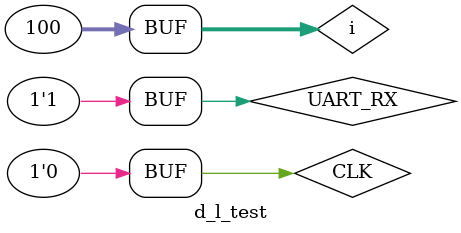
<source format=sv>

module d_l_test;
    logic CLK;
	logic UART_RX;
	logic UART_TX;

	d_l_sub d_l_sub(
	   CLK,
	   UART_RX,
	   UART_TX
	);
	localparam WAIT = 271.3;
	localparam CLK_ = 1;
	always begin
		CLK <= 1;
		#0.5;
		CLK <= 0;
		#0.5;
	end

	integer i;
	logic buffer;
	initial begin
		#1;
		UART_RX <= 1;
		#7000;
		#WAIT;
		
		for (i=0; i<100; i=i+1) begin
		UART_RX <= 0;
		#WAIT;		
		UART_RX <= 1;
		#WAIT;
		UART_RX <= 0;
		#WAIT;
		UART_RX <= 1;
		#WAIT;
		UART_RX <= 0;
		#WAIT;
		UART_RX <= 1;
		#WAIT;
		UART_RX <= 0;
		#WAIT;
		UART_RX <= 1;
		#WAIT;
		UART_RX <= 0;
		#WAIT;
		UART_RX <= 1;
		#WAIT;
		UART_RX <= 0;
        #WAIT;
        UART_RX <= 1;
        #WAIT;
        UART_RX <= 1;
        #WAIT;
        UART_RX <= 1;
        #WAIT;
        UART_RX <= 1;
        #WAIT;
        UART_RX <= 1;
        #WAIT;
        UART_RX <= 1;
        #WAIT;
        UART_RX <= 1;
        #WAIT;
        UART_RX <= 1;
        #WAIT;
        UART_RX <= 1;																				
		#WAIT;
		UART_RX <= 0;
        #WAIT;
        UART_RX <= 0;
        #WAIT;
        UART_RX <= 0;
        #WAIT;
        UART_RX <= 0;
        #WAIT;
        UART_RX <= 0;
        #WAIT;
        UART_RX <= 0;
        #WAIT;
        UART_RX <= 0;
        #WAIT;
        UART_RX <= 0;
        #WAIT;
        UART_RX <= 0;
        #WAIT;
        UART_RX <= 1;
        #WAIT;
		UART_RX <= 0;
        #WAIT;
		UART_RX <= 0;
        #WAIT;
        UART_RX <= 1;
        #WAIT;
        UART_RX <= 0;
        #WAIT;
        UART_RX <= 1;
        #WAIT;
        UART_RX <= 0;
        #WAIT;
        UART_RX <= 1;
        #WAIT;
        UART_RX <= 0;
        #WAIT;
        UART_RX <= 1;
        #WAIT;
        UART_RX <= 1;        		
		#WAIT;



		UART_RX <= 0;
        #WAIT;
        UART_RX <= 1;
        #WAIT;
        UART_RX <= 1;
        #WAIT;
        UART_RX <= 1;
        #WAIT;
        UART_RX <= 1;
        #WAIT;
        UART_RX <= 1;
        #WAIT;
        UART_RX <= 1;
        #WAIT;
        UART_RX <= 1;
        #WAIT;
        UART_RX <= 1;
        #WAIT;
        UART_RX <= 1;																				
		#WAIT;
	
		UART_RX <= 0;
        #WAIT;
        UART_RX <= 0;
        #WAIT;
        UART_RX <= 0;
        #WAIT;
        UART_RX <= 0;
        #WAIT;
        UART_RX <= 0;
        #WAIT;
        UART_RX <= 0;
        #WAIT;
        UART_RX <= 0;
        #WAIT;
        UART_RX <= 0;
        #WAIT;
        UART_RX <= 0;
        #WAIT;
        UART_RX <= 1;
        #WAIT;

		UART_RX <= 0;
        #WAIT;
        UART_RX <= 1;
        #WAIT;
        UART_RX <= 1;
        #WAIT;
        UART_RX <= 1;
        #WAIT;
        UART_RX <= 1;
        #WAIT;
        UART_RX <= 1;
        #WAIT;
        UART_RX <= 1;
        #WAIT;
        UART_RX <= 1;
        #WAIT;
        UART_RX <= 1;
        #WAIT;
        UART_RX <= 1;																				
		#WAIT;
	
		UART_RX <= 0;
        #WAIT;
        UART_RX <= 0;
        #WAIT;
        UART_RX <= 0;
        #WAIT;
        UART_RX <= 0;
        #WAIT;
        UART_RX <= 0;
        #WAIT;
        UART_RX <= 0;
        #WAIT;
        UART_RX <= 0;
        #WAIT;
        UART_RX <= 0;
        #WAIT;
        UART_RX <= 0;
        #WAIT;
        UART_RX <= 1;
        #WAIT;

		end
		end	
endmodule

</source>
